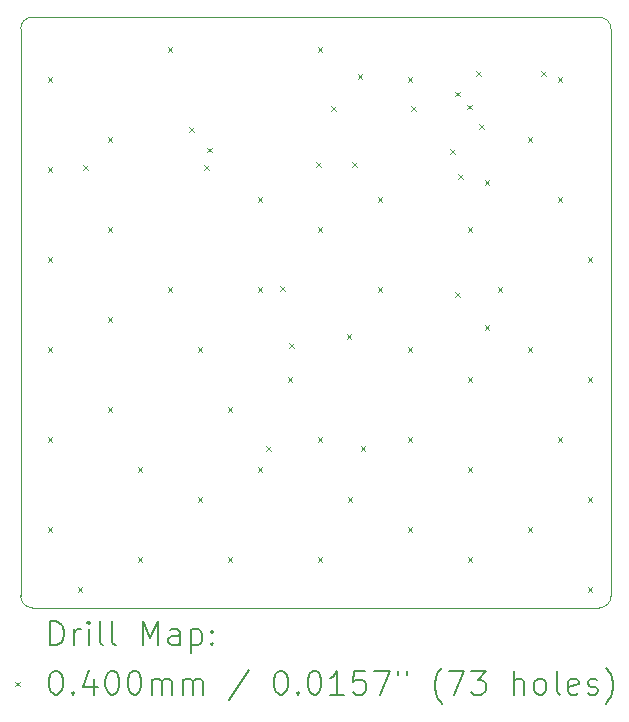
<source format=gbr>
%FSLAX45Y45*%
G04 Gerber Fmt 4.5, Leading zero omitted, Abs format (unit mm)*
G04 Created by KiCad (PCBNEW 6.0.6-1.fc36) date 2022-07-29 12:49:37*
%MOMM*%
%LPD*%
G01*
G04 APERTURE LIST*
%TA.AperFunction,Profile*%
%ADD10C,0.100000*%
%TD*%
%ADD11C,0.200000*%
%ADD12C,0.040000*%
G04 APERTURE END LIST*
D10*
X5000000Y-16150000D02*
G75*
G03*
X5100000Y-16250000I100000J0D01*
G01*
X5100000Y-11250000D02*
G75*
G03*
X5000000Y-11350000I0J-100000D01*
G01*
X9900000Y-16250000D02*
X5100000Y-16250000D01*
X5000000Y-16150000D02*
X5000000Y-11350000D01*
X10000000Y-11350000D02*
X10000000Y-16150000D01*
X9900000Y-16250000D02*
G75*
G03*
X10000000Y-16150000I0J100000D01*
G01*
X9900000Y-11250000D02*
X5100000Y-11250000D01*
X10000000Y-11350000D02*
G75*
G03*
X9900000Y-11250000I-100000J0D01*
G01*
D11*
D12*
X5229000Y-11758500D02*
X5269000Y-11798500D01*
X5269000Y-11758500D02*
X5229000Y-11798500D01*
X5229000Y-12520500D02*
X5269000Y-12560500D01*
X5269000Y-12520500D02*
X5229000Y-12560500D01*
X5229000Y-13282500D02*
X5269000Y-13322500D01*
X5269000Y-13282500D02*
X5229000Y-13322500D01*
X5229000Y-14044500D02*
X5269000Y-14084500D01*
X5269000Y-14044500D02*
X5229000Y-14084500D01*
X5229000Y-14806500D02*
X5269000Y-14846500D01*
X5269000Y-14806500D02*
X5229000Y-14846500D01*
X5229000Y-15568500D02*
X5269000Y-15608500D01*
X5269000Y-15568500D02*
X5229000Y-15608500D01*
X5483000Y-16076500D02*
X5523000Y-16116500D01*
X5523000Y-16076500D02*
X5483000Y-16116500D01*
X5530000Y-12505000D02*
X5570000Y-12545000D01*
X5570000Y-12505000D02*
X5530000Y-12545000D01*
X5737000Y-12266500D02*
X5777000Y-12306500D01*
X5777000Y-12266500D02*
X5737000Y-12306500D01*
X5737000Y-13028500D02*
X5777000Y-13068500D01*
X5777000Y-13028500D02*
X5737000Y-13068500D01*
X5737000Y-13790500D02*
X5777000Y-13830500D01*
X5777000Y-13790500D02*
X5737000Y-13830500D01*
X5737000Y-14552500D02*
X5777000Y-14592500D01*
X5777000Y-14552500D02*
X5737000Y-14592500D01*
X5991000Y-15060500D02*
X6031000Y-15100500D01*
X6031000Y-15060500D02*
X5991000Y-15100500D01*
X5991000Y-15822500D02*
X6031000Y-15862500D01*
X6031000Y-15822500D02*
X5991000Y-15862500D01*
X6245000Y-11504500D02*
X6285000Y-11544500D01*
X6285000Y-11504500D02*
X6245000Y-11544500D01*
X6245000Y-13536500D02*
X6285000Y-13576500D01*
X6285000Y-13536500D02*
X6245000Y-13576500D01*
X6430000Y-12180000D02*
X6470000Y-12220000D01*
X6470000Y-12180000D02*
X6430000Y-12220000D01*
X6499000Y-14044500D02*
X6539000Y-14084500D01*
X6539000Y-14044500D02*
X6499000Y-14084500D01*
X6499000Y-15314500D02*
X6539000Y-15354500D01*
X6539000Y-15314500D02*
X6499000Y-15354500D01*
X6555000Y-12505000D02*
X6595000Y-12545000D01*
X6595000Y-12505000D02*
X6555000Y-12545000D01*
X6580000Y-12355000D02*
X6620000Y-12395000D01*
X6620000Y-12355000D02*
X6580000Y-12395000D01*
X6753000Y-14552500D02*
X6793000Y-14592500D01*
X6793000Y-14552500D02*
X6753000Y-14592500D01*
X6753000Y-15822500D02*
X6793000Y-15862500D01*
X6793000Y-15822500D02*
X6753000Y-15862500D01*
X7007000Y-12774500D02*
X7047000Y-12814500D01*
X7047000Y-12774500D02*
X7007000Y-12814500D01*
X7007000Y-13536500D02*
X7047000Y-13576500D01*
X7047000Y-13536500D02*
X7007000Y-13576500D01*
X7007000Y-15060500D02*
X7047000Y-15100500D01*
X7047000Y-15060500D02*
X7007000Y-15100500D01*
X7080000Y-14880000D02*
X7120000Y-14920000D01*
X7120000Y-14880000D02*
X7080000Y-14920000D01*
X7200000Y-13525045D02*
X7240000Y-13565045D01*
X7240000Y-13525045D02*
X7200000Y-13565045D01*
X7261000Y-14298500D02*
X7301000Y-14338500D01*
X7301000Y-14298500D02*
X7261000Y-14338500D01*
X7275045Y-14010000D02*
X7315045Y-14050000D01*
X7315045Y-14010000D02*
X7275045Y-14050000D01*
X7505000Y-12480000D02*
X7545000Y-12520000D01*
X7545000Y-12480000D02*
X7505000Y-12520000D01*
X7515000Y-11504500D02*
X7555000Y-11544500D01*
X7555000Y-11504500D02*
X7515000Y-11544500D01*
X7515000Y-13028500D02*
X7555000Y-13068500D01*
X7555000Y-13028500D02*
X7515000Y-13068500D01*
X7515000Y-14806500D02*
X7555000Y-14846500D01*
X7555000Y-14806500D02*
X7515000Y-14846500D01*
X7515000Y-15822500D02*
X7555000Y-15862500D01*
X7555000Y-15822500D02*
X7515000Y-15862500D01*
X7630000Y-12005000D02*
X7670000Y-12045000D01*
X7670000Y-12005000D02*
X7630000Y-12045000D01*
X7760000Y-13934955D02*
X7800000Y-13974955D01*
X7800000Y-13934955D02*
X7760000Y-13974955D01*
X7769000Y-15314500D02*
X7809000Y-15354500D01*
X7809000Y-15314500D02*
X7769000Y-15354500D01*
X7805000Y-12480000D02*
X7845000Y-12520000D01*
X7845000Y-12480000D02*
X7805000Y-12520000D01*
X7855000Y-11730000D02*
X7895000Y-11770000D01*
X7895000Y-11730000D02*
X7855000Y-11770000D01*
X7880000Y-14880000D02*
X7920000Y-14920000D01*
X7920000Y-14880000D02*
X7880000Y-14920000D01*
X8023000Y-12774500D02*
X8063000Y-12814500D01*
X8063000Y-12774500D02*
X8023000Y-12814500D01*
X8023000Y-13536500D02*
X8063000Y-13576500D01*
X8063000Y-13536500D02*
X8023000Y-13576500D01*
X8277000Y-11758500D02*
X8317000Y-11798500D01*
X8317000Y-11758500D02*
X8277000Y-11798500D01*
X8277000Y-14044500D02*
X8317000Y-14084500D01*
X8317000Y-14044500D02*
X8277000Y-14084500D01*
X8277000Y-14806500D02*
X8317000Y-14846500D01*
X8317000Y-14806500D02*
X8277000Y-14846500D01*
X8277000Y-15568500D02*
X8317000Y-15608500D01*
X8317000Y-15568500D02*
X8277000Y-15608500D01*
X8305000Y-12005000D02*
X8345000Y-12045000D01*
X8345000Y-12005000D02*
X8305000Y-12045000D01*
X8640000Y-12370000D02*
X8680000Y-12410000D01*
X8680000Y-12370000D02*
X8640000Y-12410000D01*
X8680000Y-11880000D02*
X8720000Y-11920000D01*
X8720000Y-11880000D02*
X8680000Y-11920000D01*
X8680000Y-13580000D02*
X8720000Y-13620000D01*
X8720000Y-13580000D02*
X8680000Y-13620000D01*
X8705000Y-12580000D02*
X8745000Y-12620000D01*
X8745000Y-12580000D02*
X8705000Y-12620000D01*
X8780000Y-11990050D02*
X8820000Y-12030050D01*
X8820000Y-11990050D02*
X8780000Y-12030050D01*
X8785000Y-13028500D02*
X8825000Y-13068500D01*
X8825000Y-13028500D02*
X8785000Y-13068500D01*
X8785000Y-14298500D02*
X8825000Y-14338500D01*
X8825000Y-14298500D02*
X8785000Y-14338500D01*
X8785000Y-15060500D02*
X8825000Y-15100500D01*
X8825000Y-15060500D02*
X8785000Y-15100500D01*
X8785000Y-15822500D02*
X8825000Y-15862500D01*
X8825000Y-15822500D02*
X8785000Y-15862500D01*
X8855000Y-11705000D02*
X8895000Y-11745000D01*
X8895000Y-11705000D02*
X8855000Y-11745000D01*
X8880000Y-12155000D02*
X8920000Y-12195000D01*
X8920000Y-12155000D02*
X8880000Y-12195000D01*
X8930000Y-12630000D02*
X8970000Y-12670000D01*
X8970000Y-12630000D02*
X8930000Y-12670000D01*
X8930000Y-13855000D02*
X8970000Y-13895000D01*
X8970000Y-13855000D02*
X8930000Y-13895000D01*
X9039000Y-13536500D02*
X9079000Y-13576500D01*
X9079000Y-13536500D02*
X9039000Y-13576500D01*
X9293000Y-12266500D02*
X9333000Y-12306500D01*
X9333000Y-12266500D02*
X9293000Y-12306500D01*
X9293000Y-14044500D02*
X9333000Y-14084500D01*
X9333000Y-14044500D02*
X9293000Y-14084500D01*
X9293000Y-15568500D02*
X9333000Y-15608500D01*
X9333000Y-15568500D02*
X9293000Y-15608500D01*
X9405000Y-11705000D02*
X9445000Y-11745000D01*
X9445000Y-11705000D02*
X9405000Y-11745000D01*
X9547000Y-11758500D02*
X9587000Y-11798500D01*
X9587000Y-11758500D02*
X9547000Y-11798500D01*
X9547000Y-12774500D02*
X9587000Y-12814500D01*
X9587000Y-12774500D02*
X9547000Y-12814500D01*
X9547000Y-14806500D02*
X9587000Y-14846500D01*
X9587000Y-14806500D02*
X9547000Y-14846500D01*
X9801000Y-13282500D02*
X9841000Y-13322500D01*
X9841000Y-13282500D02*
X9801000Y-13322500D01*
X9801000Y-14298500D02*
X9841000Y-14338500D01*
X9841000Y-14298500D02*
X9801000Y-14338500D01*
X9801000Y-15314500D02*
X9841000Y-15354500D01*
X9841000Y-15314500D02*
X9801000Y-15354500D01*
X9801000Y-16076500D02*
X9841000Y-16116500D01*
X9841000Y-16076500D02*
X9801000Y-16116500D01*
D11*
X5252619Y-16565476D02*
X5252619Y-16365476D01*
X5300238Y-16365476D01*
X5328810Y-16375000D01*
X5347857Y-16394048D01*
X5357381Y-16413095D01*
X5366905Y-16451190D01*
X5366905Y-16479762D01*
X5357381Y-16517857D01*
X5347857Y-16536905D01*
X5328810Y-16555952D01*
X5300238Y-16565476D01*
X5252619Y-16565476D01*
X5452619Y-16565476D02*
X5452619Y-16432143D01*
X5452619Y-16470238D02*
X5462143Y-16451190D01*
X5471667Y-16441667D01*
X5490714Y-16432143D01*
X5509762Y-16432143D01*
X5576429Y-16565476D02*
X5576429Y-16432143D01*
X5576429Y-16365476D02*
X5566905Y-16375000D01*
X5576429Y-16384524D01*
X5585952Y-16375000D01*
X5576429Y-16365476D01*
X5576429Y-16384524D01*
X5700238Y-16565476D02*
X5681190Y-16555952D01*
X5671667Y-16536905D01*
X5671667Y-16365476D01*
X5805000Y-16565476D02*
X5785952Y-16555952D01*
X5776428Y-16536905D01*
X5776428Y-16365476D01*
X6033571Y-16565476D02*
X6033571Y-16365476D01*
X6100238Y-16508333D01*
X6166905Y-16365476D01*
X6166905Y-16565476D01*
X6347857Y-16565476D02*
X6347857Y-16460714D01*
X6338333Y-16441667D01*
X6319286Y-16432143D01*
X6281190Y-16432143D01*
X6262143Y-16441667D01*
X6347857Y-16555952D02*
X6328809Y-16565476D01*
X6281190Y-16565476D01*
X6262143Y-16555952D01*
X6252619Y-16536905D01*
X6252619Y-16517857D01*
X6262143Y-16498809D01*
X6281190Y-16489286D01*
X6328809Y-16489286D01*
X6347857Y-16479762D01*
X6443095Y-16432143D02*
X6443095Y-16632143D01*
X6443095Y-16441667D02*
X6462143Y-16432143D01*
X6500238Y-16432143D01*
X6519286Y-16441667D01*
X6528809Y-16451190D01*
X6538333Y-16470238D01*
X6538333Y-16527381D01*
X6528809Y-16546428D01*
X6519286Y-16555952D01*
X6500238Y-16565476D01*
X6462143Y-16565476D01*
X6443095Y-16555952D01*
X6624048Y-16546428D02*
X6633571Y-16555952D01*
X6624048Y-16565476D01*
X6614524Y-16555952D01*
X6624048Y-16546428D01*
X6624048Y-16565476D01*
X6624048Y-16441667D02*
X6633571Y-16451190D01*
X6624048Y-16460714D01*
X6614524Y-16451190D01*
X6624048Y-16441667D01*
X6624048Y-16460714D01*
D12*
X4955000Y-16875000D02*
X4995000Y-16915000D01*
X4995000Y-16875000D02*
X4955000Y-16915000D01*
D11*
X5290714Y-16785476D02*
X5309762Y-16785476D01*
X5328810Y-16795000D01*
X5338333Y-16804524D01*
X5347857Y-16823571D01*
X5357381Y-16861667D01*
X5357381Y-16909286D01*
X5347857Y-16947381D01*
X5338333Y-16966429D01*
X5328810Y-16975952D01*
X5309762Y-16985476D01*
X5290714Y-16985476D01*
X5271667Y-16975952D01*
X5262143Y-16966429D01*
X5252619Y-16947381D01*
X5243095Y-16909286D01*
X5243095Y-16861667D01*
X5252619Y-16823571D01*
X5262143Y-16804524D01*
X5271667Y-16795000D01*
X5290714Y-16785476D01*
X5443095Y-16966429D02*
X5452619Y-16975952D01*
X5443095Y-16985476D01*
X5433571Y-16975952D01*
X5443095Y-16966429D01*
X5443095Y-16985476D01*
X5624048Y-16852143D02*
X5624048Y-16985476D01*
X5576429Y-16775952D02*
X5528810Y-16918810D01*
X5652619Y-16918810D01*
X5766905Y-16785476D02*
X5785952Y-16785476D01*
X5805000Y-16795000D01*
X5814524Y-16804524D01*
X5824048Y-16823571D01*
X5833571Y-16861667D01*
X5833571Y-16909286D01*
X5824048Y-16947381D01*
X5814524Y-16966429D01*
X5805000Y-16975952D01*
X5785952Y-16985476D01*
X5766905Y-16985476D01*
X5747857Y-16975952D01*
X5738333Y-16966429D01*
X5728809Y-16947381D01*
X5719286Y-16909286D01*
X5719286Y-16861667D01*
X5728809Y-16823571D01*
X5738333Y-16804524D01*
X5747857Y-16795000D01*
X5766905Y-16785476D01*
X5957381Y-16785476D02*
X5976428Y-16785476D01*
X5995476Y-16795000D01*
X6005000Y-16804524D01*
X6014524Y-16823571D01*
X6024048Y-16861667D01*
X6024048Y-16909286D01*
X6014524Y-16947381D01*
X6005000Y-16966429D01*
X5995476Y-16975952D01*
X5976428Y-16985476D01*
X5957381Y-16985476D01*
X5938333Y-16975952D01*
X5928809Y-16966429D01*
X5919286Y-16947381D01*
X5909762Y-16909286D01*
X5909762Y-16861667D01*
X5919286Y-16823571D01*
X5928809Y-16804524D01*
X5938333Y-16795000D01*
X5957381Y-16785476D01*
X6109762Y-16985476D02*
X6109762Y-16852143D01*
X6109762Y-16871190D02*
X6119286Y-16861667D01*
X6138333Y-16852143D01*
X6166905Y-16852143D01*
X6185952Y-16861667D01*
X6195476Y-16880714D01*
X6195476Y-16985476D01*
X6195476Y-16880714D02*
X6205000Y-16861667D01*
X6224048Y-16852143D01*
X6252619Y-16852143D01*
X6271667Y-16861667D01*
X6281190Y-16880714D01*
X6281190Y-16985476D01*
X6376428Y-16985476D02*
X6376428Y-16852143D01*
X6376428Y-16871190D02*
X6385952Y-16861667D01*
X6405000Y-16852143D01*
X6433571Y-16852143D01*
X6452619Y-16861667D01*
X6462143Y-16880714D01*
X6462143Y-16985476D01*
X6462143Y-16880714D02*
X6471667Y-16861667D01*
X6490714Y-16852143D01*
X6519286Y-16852143D01*
X6538333Y-16861667D01*
X6547857Y-16880714D01*
X6547857Y-16985476D01*
X6938333Y-16775952D02*
X6766905Y-17033095D01*
X7195476Y-16785476D02*
X7214524Y-16785476D01*
X7233571Y-16795000D01*
X7243095Y-16804524D01*
X7252619Y-16823571D01*
X7262143Y-16861667D01*
X7262143Y-16909286D01*
X7252619Y-16947381D01*
X7243095Y-16966429D01*
X7233571Y-16975952D01*
X7214524Y-16985476D01*
X7195476Y-16985476D01*
X7176428Y-16975952D01*
X7166905Y-16966429D01*
X7157381Y-16947381D01*
X7147857Y-16909286D01*
X7147857Y-16861667D01*
X7157381Y-16823571D01*
X7166905Y-16804524D01*
X7176428Y-16795000D01*
X7195476Y-16785476D01*
X7347857Y-16966429D02*
X7357381Y-16975952D01*
X7347857Y-16985476D01*
X7338333Y-16975952D01*
X7347857Y-16966429D01*
X7347857Y-16985476D01*
X7481190Y-16785476D02*
X7500238Y-16785476D01*
X7519286Y-16795000D01*
X7528809Y-16804524D01*
X7538333Y-16823571D01*
X7547857Y-16861667D01*
X7547857Y-16909286D01*
X7538333Y-16947381D01*
X7528809Y-16966429D01*
X7519286Y-16975952D01*
X7500238Y-16985476D01*
X7481190Y-16985476D01*
X7462143Y-16975952D01*
X7452619Y-16966429D01*
X7443095Y-16947381D01*
X7433571Y-16909286D01*
X7433571Y-16861667D01*
X7443095Y-16823571D01*
X7452619Y-16804524D01*
X7462143Y-16795000D01*
X7481190Y-16785476D01*
X7738333Y-16985476D02*
X7624048Y-16985476D01*
X7681190Y-16985476D02*
X7681190Y-16785476D01*
X7662143Y-16814048D01*
X7643095Y-16833095D01*
X7624048Y-16842619D01*
X7919286Y-16785476D02*
X7824048Y-16785476D01*
X7814524Y-16880714D01*
X7824048Y-16871190D01*
X7843095Y-16861667D01*
X7890714Y-16861667D01*
X7909762Y-16871190D01*
X7919286Y-16880714D01*
X7928809Y-16899762D01*
X7928809Y-16947381D01*
X7919286Y-16966429D01*
X7909762Y-16975952D01*
X7890714Y-16985476D01*
X7843095Y-16985476D01*
X7824048Y-16975952D01*
X7814524Y-16966429D01*
X7995476Y-16785476D02*
X8128809Y-16785476D01*
X8043095Y-16985476D01*
X8195476Y-16785476D02*
X8195476Y-16823571D01*
X8271667Y-16785476D02*
X8271667Y-16823571D01*
X8566905Y-17061667D02*
X8557381Y-17052143D01*
X8538333Y-17023571D01*
X8528810Y-17004524D01*
X8519286Y-16975952D01*
X8509762Y-16928333D01*
X8509762Y-16890238D01*
X8519286Y-16842619D01*
X8528810Y-16814048D01*
X8538333Y-16795000D01*
X8557381Y-16766428D01*
X8566905Y-16756905D01*
X8624048Y-16785476D02*
X8757381Y-16785476D01*
X8671667Y-16985476D01*
X8814524Y-16785476D02*
X8938333Y-16785476D01*
X8871667Y-16861667D01*
X8900238Y-16861667D01*
X8919286Y-16871190D01*
X8928810Y-16880714D01*
X8938333Y-16899762D01*
X8938333Y-16947381D01*
X8928810Y-16966429D01*
X8919286Y-16975952D01*
X8900238Y-16985476D01*
X8843095Y-16985476D01*
X8824048Y-16975952D01*
X8814524Y-16966429D01*
X9176429Y-16985476D02*
X9176429Y-16785476D01*
X9262143Y-16985476D02*
X9262143Y-16880714D01*
X9252619Y-16861667D01*
X9233571Y-16852143D01*
X9205000Y-16852143D01*
X9185952Y-16861667D01*
X9176429Y-16871190D01*
X9385952Y-16985476D02*
X9366905Y-16975952D01*
X9357381Y-16966429D01*
X9347857Y-16947381D01*
X9347857Y-16890238D01*
X9357381Y-16871190D01*
X9366905Y-16861667D01*
X9385952Y-16852143D01*
X9414524Y-16852143D01*
X9433571Y-16861667D01*
X9443095Y-16871190D01*
X9452619Y-16890238D01*
X9452619Y-16947381D01*
X9443095Y-16966429D01*
X9433571Y-16975952D01*
X9414524Y-16985476D01*
X9385952Y-16985476D01*
X9566905Y-16985476D02*
X9547857Y-16975952D01*
X9538333Y-16956905D01*
X9538333Y-16785476D01*
X9719286Y-16975952D02*
X9700238Y-16985476D01*
X9662143Y-16985476D01*
X9643095Y-16975952D01*
X9633571Y-16956905D01*
X9633571Y-16880714D01*
X9643095Y-16861667D01*
X9662143Y-16852143D01*
X9700238Y-16852143D01*
X9719286Y-16861667D01*
X9728810Y-16880714D01*
X9728810Y-16899762D01*
X9633571Y-16918810D01*
X9805000Y-16975952D02*
X9824048Y-16985476D01*
X9862143Y-16985476D01*
X9881190Y-16975952D01*
X9890714Y-16956905D01*
X9890714Y-16947381D01*
X9881190Y-16928333D01*
X9862143Y-16918810D01*
X9833571Y-16918810D01*
X9814524Y-16909286D01*
X9805000Y-16890238D01*
X9805000Y-16880714D01*
X9814524Y-16861667D01*
X9833571Y-16852143D01*
X9862143Y-16852143D01*
X9881190Y-16861667D01*
X9957381Y-17061667D02*
X9966905Y-17052143D01*
X9985952Y-17023571D01*
X9995476Y-17004524D01*
X10005000Y-16975952D01*
X10014524Y-16928333D01*
X10014524Y-16890238D01*
X10005000Y-16842619D01*
X9995476Y-16814048D01*
X9985952Y-16795000D01*
X9966905Y-16766428D01*
X9957381Y-16756905D01*
M02*

</source>
